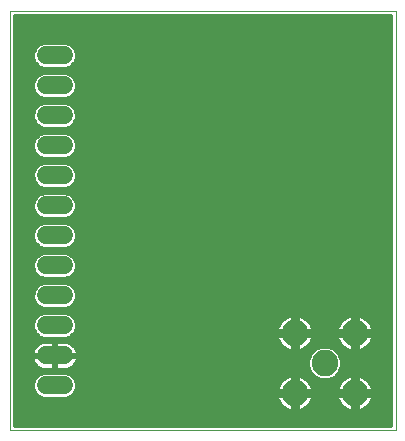
<source format=gbl>
G75*
G70*
%OFA0B0*%
%FSLAX24Y24*%
%IPPOS*%
%LPD*%
%AMOC8*
5,1,8,0,0,1.08239X$1,22.5*
%
%ADD10C,0.0000*%
%ADD11C,0.0886*%
%ADD12C,0.0600*%
%ADD13C,0.0160*%
D10*
X003000Y001708D02*
X003000Y015704D01*
X015870Y015704D01*
X015870Y001708D01*
X003000Y001708D01*
D11*
X012500Y002958D03*
X013500Y003958D03*
X014500Y002958D03*
X014500Y004958D03*
X012500Y004958D03*
D12*
X004800Y005208D02*
X004200Y005208D01*
X004200Y004208D02*
X004800Y004208D01*
X004800Y003208D02*
X004200Y003208D01*
X004200Y006208D02*
X004800Y006208D01*
X004800Y007208D02*
X004200Y007208D01*
X004200Y008208D02*
X004800Y008208D01*
X004800Y009208D02*
X004200Y009208D01*
X004200Y010208D02*
X004800Y010208D01*
X004800Y011208D02*
X004200Y011208D01*
X004200Y012208D02*
X004800Y012208D01*
X004800Y013208D02*
X004200Y013208D01*
X004200Y014208D02*
X004800Y014208D01*
D13*
X005127Y013912D02*
X015690Y013912D01*
X015690Y013754D02*
X003180Y013754D01*
X003180Y013912D02*
X003873Y013912D01*
X003827Y013958D02*
X003951Y013835D01*
X004112Y013768D01*
X004888Y013768D01*
X005049Y013835D01*
X005173Y013958D01*
X005240Y014120D01*
X005240Y014295D01*
X005173Y014457D01*
X005049Y014581D01*
X004888Y014648D01*
X004112Y014648D01*
X003951Y014581D01*
X003827Y014457D01*
X003760Y014295D01*
X003760Y014120D01*
X003827Y013958D01*
X003780Y014071D02*
X003180Y014071D01*
X003180Y014229D02*
X003760Y014229D01*
X003798Y014388D02*
X003180Y014388D01*
X003180Y014546D02*
X003916Y014546D01*
X003180Y014705D02*
X015690Y014705D01*
X015690Y014863D02*
X003180Y014863D01*
X003180Y015022D02*
X015690Y015022D01*
X015690Y015180D02*
X003180Y015180D01*
X003180Y015339D02*
X015690Y015339D01*
X015690Y015497D02*
X003180Y015497D01*
X003180Y015524D02*
X015690Y015524D01*
X015690Y001888D01*
X003180Y001888D01*
X003180Y015524D01*
X003180Y013595D02*
X003986Y013595D01*
X003951Y013581D02*
X003827Y013457D01*
X003760Y013295D01*
X003760Y013120D01*
X003827Y012958D01*
X003951Y012835D01*
X004112Y012768D01*
X004888Y012768D01*
X005049Y012835D01*
X005173Y012958D01*
X005240Y013120D01*
X005240Y013295D01*
X005173Y013457D01*
X005049Y013581D01*
X004888Y013648D01*
X004112Y013648D01*
X003951Y013581D01*
X003819Y013437D02*
X003180Y013437D01*
X003180Y013278D02*
X003760Y013278D01*
X003760Y013120D02*
X003180Y013120D01*
X003180Y012961D02*
X003826Y012961D01*
X004028Y012803D02*
X003180Y012803D01*
X003180Y012644D02*
X004104Y012644D01*
X004112Y012648D02*
X003951Y012581D01*
X003827Y012457D01*
X003760Y012295D01*
X003760Y012120D01*
X003827Y011958D01*
X003951Y011835D01*
X004112Y011768D01*
X004888Y011768D01*
X005049Y011835D01*
X005173Y011958D01*
X005240Y012120D01*
X005240Y012295D01*
X005173Y012457D01*
X005049Y012581D01*
X004888Y012648D01*
X004112Y012648D01*
X003856Y012486D02*
X003180Y012486D01*
X003180Y012327D02*
X003773Y012327D01*
X003760Y012169D02*
X003180Y012169D01*
X003180Y012010D02*
X003806Y012010D01*
X003934Y011852D02*
X003180Y011852D01*
X003180Y011693D02*
X015690Y011693D01*
X015690Y011535D02*
X005095Y011535D01*
X005049Y011581D02*
X004888Y011648D01*
X004112Y011648D01*
X003951Y011581D01*
X003827Y011457D01*
X003760Y011295D01*
X003760Y011120D01*
X003827Y010958D01*
X003951Y010835D01*
X004112Y010768D01*
X004888Y010768D01*
X005049Y010835D01*
X005173Y010958D01*
X005240Y011120D01*
X005240Y011295D01*
X005173Y011457D01*
X005049Y011581D01*
X005206Y011376D02*
X015690Y011376D01*
X015690Y011218D02*
X005240Y011218D01*
X005215Y011059D02*
X015690Y011059D01*
X015690Y010901D02*
X005115Y010901D01*
X005049Y010581D02*
X004888Y010648D01*
X004112Y010648D01*
X003951Y010581D01*
X003827Y010457D01*
X003760Y010295D01*
X003760Y010120D01*
X003827Y009958D01*
X003951Y009835D01*
X004112Y009768D01*
X004888Y009768D01*
X005049Y009835D01*
X005173Y009958D01*
X005240Y010120D01*
X005240Y010295D01*
X005173Y010457D01*
X005049Y010581D01*
X005042Y010584D02*
X015690Y010584D01*
X015690Y010742D02*
X003180Y010742D01*
X003180Y010584D02*
X003958Y010584D01*
X003814Y010425D02*
X003180Y010425D01*
X003180Y010267D02*
X003760Y010267D01*
X003765Y010108D02*
X003180Y010108D01*
X003180Y009950D02*
X003836Y009950D01*
X004056Y009791D02*
X003180Y009791D01*
X003180Y009633D02*
X004076Y009633D01*
X004112Y009648D02*
X003951Y009581D01*
X003827Y009457D01*
X003760Y009295D01*
X003760Y009120D01*
X003827Y008958D01*
X003951Y008835D01*
X004112Y008768D01*
X004888Y008768D01*
X005049Y008835D01*
X005173Y008958D01*
X005240Y009120D01*
X005240Y009295D01*
X005173Y009457D01*
X005049Y009581D01*
X004888Y009648D01*
X004112Y009648D01*
X003844Y009474D02*
X003180Y009474D01*
X003180Y009316D02*
X003768Y009316D01*
X003760Y009157D02*
X003180Y009157D01*
X003180Y008999D02*
X003810Y008999D01*
X003945Y008840D02*
X003180Y008840D01*
X003180Y008682D02*
X015690Y008682D01*
X015690Y008840D02*
X005055Y008840D01*
X005190Y008999D02*
X015690Y008999D01*
X015690Y009157D02*
X005240Y009157D01*
X005232Y009316D02*
X015690Y009316D01*
X015690Y009474D02*
X005156Y009474D01*
X004924Y009633D02*
X015690Y009633D01*
X015690Y009791D02*
X004944Y009791D01*
X005164Y009950D02*
X015690Y009950D01*
X015690Y010108D02*
X005235Y010108D01*
X005240Y010267D02*
X015690Y010267D01*
X015690Y010425D02*
X005186Y010425D01*
X003885Y010901D02*
X003180Y010901D01*
X003180Y011059D02*
X003785Y011059D01*
X003760Y011218D02*
X003180Y011218D01*
X003180Y011376D02*
X003794Y011376D01*
X003905Y011535D02*
X003180Y011535D01*
X004896Y012644D02*
X015690Y012644D01*
X015690Y012486D02*
X005144Y012486D01*
X005227Y012327D02*
X015690Y012327D01*
X015690Y012169D02*
X005240Y012169D01*
X005194Y012010D02*
X015690Y012010D01*
X015690Y011852D02*
X005066Y011852D01*
X004972Y012803D02*
X015690Y012803D01*
X015690Y012961D02*
X005174Y012961D01*
X005240Y013120D02*
X015690Y013120D01*
X015690Y013278D02*
X005240Y013278D01*
X005181Y013437D02*
X015690Y013437D01*
X015690Y013595D02*
X005014Y013595D01*
X005220Y014071D02*
X015690Y014071D01*
X015690Y014229D02*
X005240Y014229D01*
X005202Y014388D02*
X015690Y014388D01*
X015690Y014546D02*
X005084Y014546D01*
X004888Y008648D02*
X004112Y008648D01*
X003951Y008581D01*
X003827Y008457D01*
X003760Y008295D01*
X003760Y008120D01*
X003827Y007958D01*
X003951Y007835D01*
X004112Y007768D01*
X004888Y007768D01*
X005049Y007835D01*
X005173Y007958D01*
X005240Y008120D01*
X005240Y008295D01*
X005173Y008457D01*
X005049Y008581D01*
X004888Y008648D01*
X005107Y008523D02*
X015690Y008523D01*
X015690Y008365D02*
X005211Y008365D01*
X005240Y008206D02*
X015690Y008206D01*
X015690Y008048D02*
X005210Y008048D01*
X005104Y007889D02*
X015690Y007889D01*
X015690Y007731D02*
X003180Y007731D01*
X003180Y007889D02*
X003896Y007889D01*
X003790Y008048D02*
X003180Y008048D01*
X003180Y008206D02*
X003760Y008206D01*
X003789Y008365D02*
X003180Y008365D01*
X003180Y008523D02*
X003893Y008523D01*
X004112Y007648D02*
X003951Y007581D01*
X003827Y007457D01*
X003760Y007295D01*
X003760Y007120D01*
X003827Y006958D01*
X003951Y006835D01*
X004112Y006768D01*
X004888Y006768D01*
X005049Y006835D01*
X005173Y006958D01*
X005240Y007120D01*
X005240Y007295D01*
X005173Y007457D01*
X005049Y007581D01*
X004888Y007648D01*
X004112Y007648D01*
X003942Y007572D02*
X003180Y007572D01*
X003180Y007414D02*
X003809Y007414D01*
X003760Y007255D02*
X003180Y007255D01*
X003180Y007097D02*
X003770Y007097D01*
X003847Y006938D02*
X003180Y006938D01*
X003180Y006780D02*
X004083Y006780D01*
X004112Y006648D02*
X003951Y006581D01*
X003827Y006457D01*
X003760Y006295D01*
X003760Y006120D01*
X003827Y005958D01*
X003951Y005835D01*
X004112Y005768D01*
X004888Y005768D01*
X005049Y005835D01*
X005173Y005958D01*
X005240Y006120D01*
X005240Y006295D01*
X005173Y006457D01*
X005049Y006581D01*
X004888Y006648D01*
X004112Y006648D01*
X004049Y006621D02*
X003180Y006621D01*
X003180Y006463D02*
X003833Y006463D01*
X003764Y006304D02*
X003180Y006304D01*
X003180Y006146D02*
X003760Y006146D01*
X003815Y005987D02*
X003180Y005987D01*
X003180Y005829D02*
X003965Y005829D01*
X004112Y005648D02*
X003951Y005581D01*
X003827Y005457D01*
X003760Y005295D01*
X003760Y005120D01*
X003827Y004958D01*
X003951Y004835D01*
X004112Y004768D01*
X004888Y004768D01*
X005049Y004835D01*
X005173Y004958D01*
X005240Y005120D01*
X005240Y005295D01*
X005173Y005457D01*
X005049Y005581D01*
X004888Y005648D01*
X004112Y005648D01*
X003882Y005512D02*
X003180Y005512D01*
X003180Y005670D02*
X015690Y005670D01*
X015690Y005512D02*
X014785Y005512D01*
X014826Y005490D02*
X014739Y005535D01*
X014646Y005565D01*
X014568Y005577D01*
X014568Y005025D01*
X015120Y005025D01*
X015108Y005103D01*
X015077Y005197D01*
X015033Y005284D01*
X014975Y005363D01*
X014906Y005433D01*
X014826Y005490D01*
X014983Y005353D02*
X015690Y005353D01*
X015690Y005195D02*
X015078Y005195D01*
X015118Y005036D02*
X015690Y005036D01*
X015690Y004878D02*
X015118Y004878D01*
X015120Y004890D02*
X014568Y004890D01*
X014568Y005025D01*
X014432Y005025D01*
X014432Y004890D01*
X013880Y004890D01*
X013892Y004812D01*
X013923Y004718D01*
X013967Y004631D01*
X014025Y004552D01*
X014094Y004482D01*
X014174Y004425D01*
X014261Y004380D01*
X014354Y004350D01*
X014432Y004338D01*
X014432Y004890D01*
X014568Y004890D01*
X014568Y004338D01*
X014646Y004350D01*
X014739Y004380D01*
X014826Y004425D01*
X014906Y004482D01*
X014975Y004552D01*
X015033Y004631D01*
X015077Y004718D01*
X015108Y004812D01*
X015120Y004890D01*
X015077Y004719D02*
X015690Y004719D01*
X015690Y004561D02*
X014982Y004561D01*
X014782Y004402D02*
X015690Y004402D01*
X015690Y004244D02*
X014012Y004244D01*
X013994Y004288D02*
X013830Y004452D01*
X013616Y004540D01*
X013384Y004540D01*
X013170Y004452D01*
X013006Y004288D01*
X012917Y004073D01*
X012917Y003842D01*
X013006Y003627D01*
X013170Y003463D01*
X013384Y003375D01*
X013616Y003375D01*
X013830Y003463D01*
X013994Y003627D01*
X014083Y003842D01*
X014083Y004073D01*
X013994Y004288D01*
X013880Y004402D02*
X014218Y004402D01*
X014018Y004561D02*
X012982Y004561D01*
X012975Y004552D02*
X013033Y004631D01*
X013077Y004718D01*
X013108Y004812D01*
X013120Y004890D01*
X012568Y004890D01*
X012568Y005025D01*
X013120Y005025D01*
X013108Y005103D01*
X013077Y005197D01*
X013033Y005284D01*
X012975Y005363D01*
X012906Y005433D01*
X012826Y005490D01*
X012739Y005535D01*
X012646Y005565D01*
X012568Y005577D01*
X012568Y005025D01*
X012432Y005025D01*
X012432Y004890D01*
X011880Y004890D01*
X011892Y004812D01*
X011923Y004718D01*
X011967Y004631D01*
X012025Y004552D01*
X012094Y004482D01*
X012174Y004425D01*
X012261Y004380D01*
X012354Y004350D01*
X012432Y004338D01*
X012432Y004890D01*
X012568Y004890D01*
X012568Y004338D01*
X012646Y004350D01*
X012739Y004380D01*
X012826Y004425D01*
X012906Y004482D01*
X012975Y004552D01*
X013077Y004719D02*
X013923Y004719D01*
X013882Y004878D02*
X013118Y004878D01*
X013118Y005036D02*
X013882Y005036D01*
X013880Y005025D02*
X014432Y005025D01*
X014432Y005577D01*
X014354Y005565D01*
X014261Y005535D01*
X014174Y005490D01*
X014094Y005433D01*
X014025Y005363D01*
X013967Y005284D01*
X013923Y005197D01*
X013892Y005103D01*
X013880Y005025D01*
X013922Y005195D02*
X013078Y005195D01*
X012983Y005353D02*
X014017Y005353D01*
X014215Y005512D02*
X012785Y005512D01*
X012568Y005512D02*
X012432Y005512D01*
X012432Y005577D02*
X012354Y005565D01*
X012261Y005535D01*
X012174Y005490D01*
X012094Y005433D01*
X012025Y005363D01*
X011967Y005284D01*
X011923Y005197D01*
X011892Y005103D01*
X011880Y005025D01*
X012432Y005025D01*
X012432Y005577D01*
X012215Y005512D02*
X005118Y005512D01*
X005216Y005353D02*
X012017Y005353D01*
X011922Y005195D02*
X005240Y005195D01*
X005205Y005036D02*
X011882Y005036D01*
X011882Y004878D02*
X005092Y004878D01*
X004984Y004652D02*
X004912Y004676D01*
X004838Y004688D01*
X004520Y004688D01*
X004520Y004228D01*
X004480Y004228D01*
X004480Y004688D01*
X004162Y004688D01*
X004088Y004676D01*
X004016Y004652D01*
X003948Y004618D01*
X003887Y004574D01*
X003834Y004520D01*
X003789Y004459D01*
X003755Y004392D01*
X003732Y004320D01*
X003720Y004245D01*
X003720Y004228D01*
X004480Y004228D01*
X004480Y004188D01*
X003720Y004188D01*
X003720Y004170D01*
X003732Y004095D01*
X003755Y004023D01*
X003789Y003956D01*
X003834Y003895D01*
X003887Y003841D01*
X003948Y003797D01*
X004016Y003763D01*
X004088Y003739D01*
X004162Y003728D01*
X004480Y003728D01*
X004480Y004188D01*
X004520Y004188D01*
X004520Y004228D01*
X005280Y004228D01*
X005280Y004245D01*
X005268Y004320D01*
X005245Y004392D01*
X005211Y004459D01*
X005166Y004520D01*
X005113Y004574D01*
X005052Y004618D01*
X004984Y004652D01*
X005126Y004561D02*
X012018Y004561D01*
X011923Y004719D02*
X003180Y004719D01*
X003180Y004561D02*
X003874Y004561D01*
X003760Y004402D02*
X003180Y004402D01*
X003180Y004244D02*
X003720Y004244D01*
X003735Y004085D02*
X003180Y004085D01*
X003180Y003927D02*
X003811Y003927D01*
X004005Y003768D02*
X003180Y003768D01*
X003180Y003610D02*
X004021Y003610D01*
X003951Y003581D02*
X003827Y003457D01*
X003760Y003295D01*
X003760Y003120D01*
X003827Y002958D01*
X003951Y002835D01*
X004112Y002768D01*
X004888Y002768D01*
X005049Y002835D01*
X005173Y002958D01*
X005240Y003120D01*
X005240Y003295D01*
X005173Y003457D01*
X005049Y003581D01*
X004888Y003648D01*
X004112Y003648D01*
X003951Y003581D01*
X003825Y003451D02*
X003180Y003451D01*
X003180Y003293D02*
X003760Y003293D01*
X003760Y003134D02*
X003180Y003134D01*
X003180Y002976D02*
X003820Y002976D01*
X003993Y002817D02*
X003180Y002817D01*
X003180Y002659D02*
X011953Y002659D01*
X011967Y002631D02*
X012025Y002552D01*
X012094Y002482D01*
X012174Y002425D01*
X012261Y002380D01*
X012354Y002350D01*
X012432Y002338D01*
X012432Y002890D01*
X011880Y002890D01*
X011892Y002812D01*
X011923Y002718D01*
X011967Y002631D01*
X012077Y002500D02*
X003180Y002500D01*
X003180Y002342D02*
X012407Y002342D01*
X012432Y002342D02*
X012568Y002342D01*
X012568Y002338D02*
X012646Y002350D01*
X012739Y002380D01*
X012826Y002425D01*
X012906Y002482D01*
X012975Y002552D01*
X013033Y002631D01*
X013077Y002718D01*
X013108Y002812D01*
X013120Y002890D01*
X012568Y002890D01*
X012568Y003025D01*
X013120Y003025D01*
X013108Y003103D01*
X013077Y003197D01*
X013033Y003284D01*
X012975Y003363D01*
X012906Y003433D01*
X012826Y003490D01*
X012739Y003535D01*
X012646Y003565D01*
X012568Y003577D01*
X012568Y003025D01*
X012432Y003025D01*
X012432Y002890D01*
X012568Y002890D01*
X012568Y002338D01*
X012593Y002342D02*
X014407Y002342D01*
X014432Y002342D02*
X014568Y002342D01*
X014568Y002338D02*
X014646Y002350D01*
X014739Y002380D01*
X014826Y002425D01*
X014906Y002482D01*
X014975Y002552D01*
X015033Y002631D01*
X015077Y002718D01*
X015108Y002812D01*
X015120Y002890D01*
X014568Y002890D01*
X014568Y003025D01*
X015120Y003025D01*
X015108Y003103D01*
X015077Y003197D01*
X015033Y003284D01*
X014975Y003363D01*
X014906Y003433D01*
X014826Y003490D01*
X014739Y003535D01*
X014646Y003565D01*
X014568Y003577D01*
X014568Y003025D01*
X014432Y003025D01*
X014432Y002890D01*
X013880Y002890D01*
X013892Y002812D01*
X013923Y002718D01*
X013967Y002631D01*
X014025Y002552D01*
X014094Y002482D01*
X014174Y002425D01*
X014261Y002380D01*
X014354Y002350D01*
X014432Y002338D01*
X014432Y002890D01*
X014568Y002890D01*
X014568Y002338D01*
X014593Y002342D02*
X015690Y002342D01*
X015690Y002500D02*
X014923Y002500D01*
X015047Y002659D02*
X015690Y002659D01*
X015690Y002817D02*
X015108Y002817D01*
X015098Y003134D02*
X015690Y003134D01*
X015690Y002976D02*
X014568Y002976D01*
X014432Y002976D02*
X012568Y002976D01*
X012432Y002976D02*
X005180Y002976D01*
X005240Y003134D02*
X011902Y003134D01*
X011892Y003103D02*
X011880Y003025D01*
X012432Y003025D01*
X012432Y003577D01*
X012354Y003565D01*
X012261Y003535D01*
X012174Y003490D01*
X012094Y003433D01*
X012025Y003363D01*
X011967Y003284D01*
X011923Y003197D01*
X011892Y003103D01*
X011973Y003293D02*
X005240Y003293D01*
X005175Y003451D02*
X012119Y003451D01*
X012432Y003451D02*
X012568Y003451D01*
X012568Y003293D02*
X012432Y003293D01*
X012432Y003134D02*
X012568Y003134D01*
X012568Y002817D02*
X012432Y002817D01*
X012432Y002659D02*
X012568Y002659D01*
X012568Y002500D02*
X012432Y002500D01*
X012923Y002500D02*
X014077Y002500D01*
X013953Y002659D02*
X013047Y002659D01*
X013108Y002817D02*
X013892Y002817D01*
X013880Y003025D02*
X014432Y003025D01*
X014432Y003577D01*
X014354Y003565D01*
X014261Y003535D01*
X014174Y003490D01*
X014094Y003433D01*
X014025Y003363D01*
X013967Y003284D01*
X013923Y003197D01*
X013892Y003103D01*
X013880Y003025D01*
X013902Y003134D02*
X013098Y003134D01*
X013027Y003293D02*
X013973Y003293D01*
X014119Y003451D02*
X013800Y003451D01*
X013976Y003610D02*
X015690Y003610D01*
X015690Y003768D02*
X014052Y003768D01*
X014083Y003927D02*
X015690Y003927D01*
X015690Y004085D02*
X014078Y004085D01*
X014432Y004402D02*
X014568Y004402D01*
X014568Y004561D02*
X014432Y004561D01*
X014432Y004719D02*
X014568Y004719D01*
X014568Y004878D02*
X014432Y004878D01*
X014432Y005036D02*
X014568Y005036D01*
X014568Y005195D02*
X014432Y005195D01*
X014432Y005353D02*
X014568Y005353D01*
X014568Y005512D02*
X014432Y005512D01*
X015690Y005829D02*
X005035Y005829D01*
X005185Y005987D02*
X015690Y005987D01*
X015690Y006146D02*
X005240Y006146D01*
X005236Y006304D02*
X015690Y006304D01*
X015690Y006463D02*
X005167Y006463D01*
X004951Y006621D02*
X015690Y006621D01*
X015690Y006780D02*
X004917Y006780D01*
X005153Y006938D02*
X015690Y006938D01*
X015690Y007097D02*
X005230Y007097D01*
X005240Y007255D02*
X015690Y007255D01*
X015690Y007414D02*
X005191Y007414D01*
X005058Y007572D02*
X015690Y007572D01*
X012568Y005353D02*
X012432Y005353D01*
X012432Y005195D02*
X012568Y005195D01*
X012568Y005036D02*
X012432Y005036D01*
X012432Y004878D02*
X012568Y004878D01*
X012568Y004719D02*
X012432Y004719D01*
X012432Y004561D02*
X012568Y004561D01*
X012568Y004402D02*
X012432Y004402D01*
X012218Y004402D02*
X005240Y004402D01*
X005280Y004244D02*
X012988Y004244D01*
X012922Y004085D02*
X005265Y004085D01*
X005268Y004095D02*
X005280Y004170D01*
X005280Y004188D01*
X004520Y004188D01*
X004520Y003728D01*
X004838Y003728D01*
X004912Y003739D01*
X004984Y003763D01*
X005052Y003797D01*
X005113Y003841D01*
X005166Y003895D01*
X005211Y003956D01*
X005245Y004023D01*
X005268Y004095D01*
X005189Y003927D02*
X012917Y003927D01*
X012948Y003768D02*
X004995Y003768D01*
X004979Y003610D02*
X013024Y003610D01*
X012881Y003451D02*
X013200Y003451D01*
X013120Y004402D02*
X012782Y004402D01*
X011892Y002817D02*
X005007Y002817D01*
X004520Y003768D02*
X004480Y003768D01*
X004480Y003927D02*
X004520Y003927D01*
X004520Y004085D02*
X004480Y004085D01*
X004480Y004244D02*
X004520Y004244D01*
X004520Y004402D02*
X004480Y004402D01*
X004480Y004561D02*
X004520Y004561D01*
X003908Y004878D02*
X003180Y004878D01*
X003180Y005036D02*
X003795Y005036D01*
X003760Y005195D02*
X003180Y005195D01*
X003180Y005353D02*
X003784Y005353D01*
X003180Y002183D02*
X015690Y002183D01*
X015690Y002025D02*
X003180Y002025D01*
X014432Y002500D02*
X014568Y002500D01*
X014568Y002659D02*
X014432Y002659D01*
X014432Y002817D02*
X014568Y002817D01*
X014568Y003134D02*
X014432Y003134D01*
X014432Y003293D02*
X014568Y003293D01*
X014568Y003451D02*
X014432Y003451D01*
X014881Y003451D02*
X015690Y003451D01*
X015690Y003293D02*
X015027Y003293D01*
M02*

</source>
